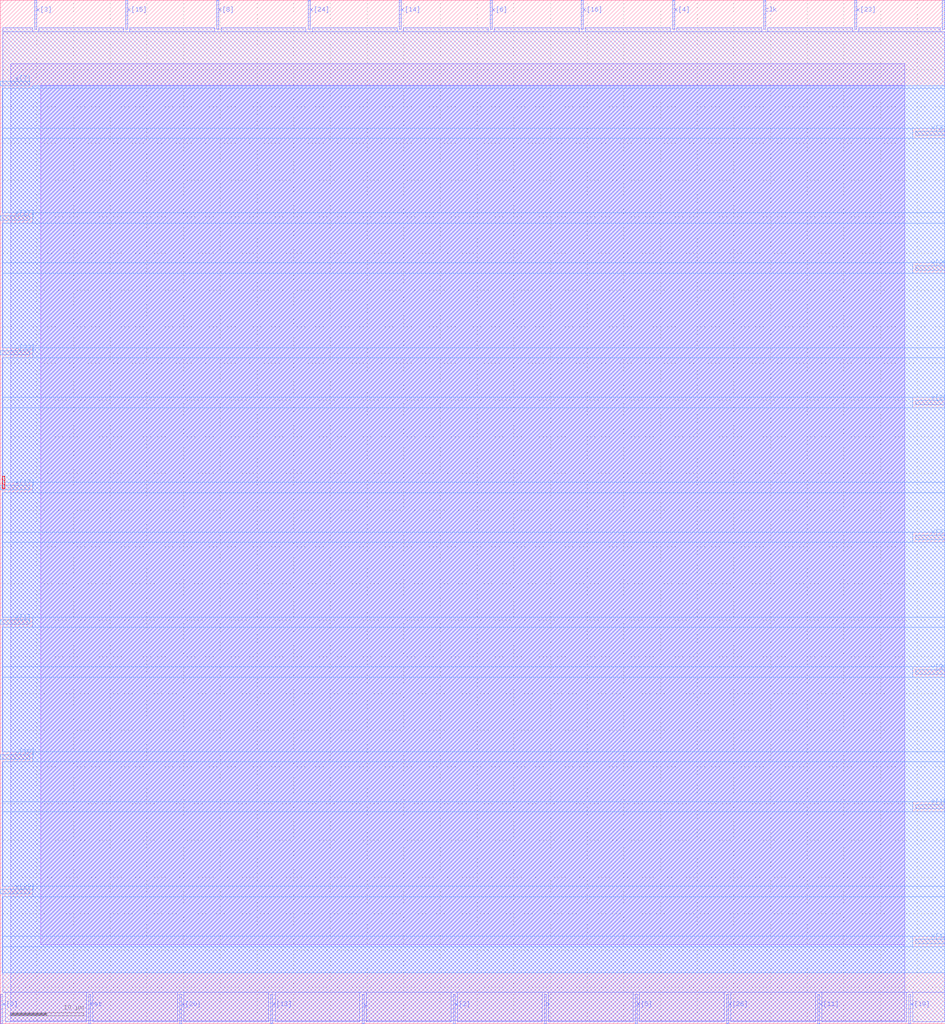
<source format=lef>
VERSION 5.7 ;
  NAMESCASESENSITIVE ON ;
  NOWIREEXTENSIONATPIN ON ;
  DIVIDERCHAR "/" ;
  BUSBITCHARS "[]" ;
UNITS
  DATABASE MICRONS 200 ;
END UNITS

MACRO spm
  CLASS BLOCK ;
  FOREIGN spm ;
  ORIGIN 0.000 0.000 ;
  SIZE 128.805 BY 139.525 ;
  PIN clk
    DIRECTION INPUT ;
    PORT
      LAYER met2 ;
        RECT 104.050 135.525 104.330 139.525 ;
    END
  END clk
  PIN p
    DIRECTION OUTPUT TRISTATE ;
    PORT
      LAYER met2 ;
        RECT 74.150 0.000 74.430 4.000 ;
    END
  END p
  PIN rst
    DIRECTION INPUT ;
    PORT
      LAYER met2 ;
        RECT 12.050 0.000 12.330 4.000 ;
    END
  END rst
  PIN x[0]
    DIRECTION INPUT ;
    PORT
      LAYER met2 ;
        RECT 0.090 0.000 0.370 4.000 ;
    END
  END x[0]
  PIN x[10]
    DIRECTION INPUT ;
    PORT
      LAYER met3 ;
        RECT 0.000 36.080 4.000 36.680 ;
    END
  END x[10]
  PIN x[11]
    DIRECTION INPUT ;
    PORT
      LAYER met2 ;
        RECT 111.410 0.000 111.690 4.000 ;
    END
  END x[11]
  PIN x[12]
    DIRECTION INPUT ;
    PORT
      LAYER met3 ;
        RECT 124.805 10.920 128.805 11.520 ;
    END
  END x[12]
  PIN x[13]
    DIRECTION INPUT ;
    PORT
      LAYER met2 ;
        RECT 36.890 0.000 37.170 4.000 ;
    END
  END x[13]
  PIN x[14]
    DIRECTION INPUT ;
    PORT
      LAYER met2 ;
        RECT 54.370 135.525 54.650 139.525 ;
    END
  END x[14]
  PIN x[15]
    DIRECTION INPUT ;
    PORT
      LAYER met2 ;
        RECT 17.110 135.525 17.390 139.525 ;
    END
  END x[15]
  PIN x[16]
    DIRECTION INPUT ;
    PORT
      LAYER met2 ;
        RECT 79.210 135.525 79.490 139.525 ;
    END
  END x[16]
  PIN x[17]
    DIRECTION INPUT ;
    PORT
      LAYER met3 ;
        RECT 0.000 72.800 4.000 73.400 ;
    END
  END x[17]
  PIN x[18]
    DIRECTION INPUT ;
    PORT
      LAYER met3 ;
        RECT 124.805 29.280 128.805 29.880 ;
    END
  END x[18]
  PIN x[19]
    DIRECTION INPUT ;
    PORT
      LAYER met2 ;
        RECT 123.830 0.000 124.110 4.000 ;
    END
  END x[19]
  PIN x[1]
    DIRECTION INPUT ;
    PORT
      LAYER met3 ;
        RECT 0.000 54.440 4.000 55.040 ;
    END
  END x[1]
  PIN x[20]
    DIRECTION INPUT ;
    PORT
      LAYER met2 ;
        RECT 24.470 0.000 24.750 4.000 ;
    END
  END x[20]
  PIN x[21]
    DIRECTION INPUT ;
    PORT
      LAYER met3 ;
        RECT 124.805 121.080 128.805 121.680 ;
    END
  END x[21]
  PIN x[22]
    DIRECTION INPUT ;
    PORT
      LAYER met3 ;
        RECT 0.000 91.160 4.000 91.760 ;
    END
  END x[22]
  PIN x[23]
    DIRECTION INPUT ;
    PORT
      LAYER met2 ;
        RECT 116.470 135.525 116.750 139.525 ;
    END
  END x[23]
  PIN x[24]
    DIRECTION INPUT ;
    PORT
      LAYER met2 ;
        RECT 41.950 135.525 42.230 139.525 ;
    END
  END x[24]
  PIN x[25]
    DIRECTION INPUT ;
    PORT
      LAYER met3 ;
        RECT 124.805 102.720 128.805 103.320 ;
    END
  END x[25]
  PIN x[26]
    DIRECTION INPUT ;
    PORT
      LAYER met2 ;
        RECT 98.990 0.000 99.270 4.000 ;
    END
  END x[26]
  PIN x[27]
    DIRECTION INPUT ;
    PORT
      LAYER met3 ;
        RECT 0.000 109.520 4.000 110.120 ;
    END
  END x[27]
  PIN x[28]
    DIRECTION INPUT ;
    PORT
      LAYER met3 ;
        RECT 124.805 84.360 128.805 84.960 ;
    END
  END x[28]
  PIN x[29]
    DIRECTION INPUT ;
    PORT
      LAYER met3 ;
        RECT 0.000 17.720 4.000 18.320 ;
    END
  END x[29]
  PIN x[2]
    DIRECTION INPUT ;
    PORT
      LAYER met2 ;
        RECT 61.730 0.000 62.010 4.000 ;
    END
  END x[2]
  PIN x[30]
    DIRECTION INPUT ;
    PORT
      LAYER met3 ;
        RECT 124.805 47.640 128.805 48.240 ;
    END
  END x[30]
  PIN x[31]
    DIRECTION INPUT ;
    PORT
      LAYER met3 ;
        RECT 124.805 66.000 128.805 66.600 ;
    END
  END x[31]
  PIN x[3]
    DIRECTION INPUT ;
    PORT
      LAYER met2 ;
        RECT 4.690 135.525 4.970 139.525 ;
    END
  END x[3]
  PIN x[4]
    DIRECTION INPUT ;
    PORT
      LAYER met2 ;
        RECT 91.630 135.525 91.910 139.525 ;
    END
  END x[4]
  PIN x[5]
    DIRECTION INPUT ;
    PORT
      LAYER met2 ;
        RECT 86.570 0.000 86.850 4.000 ;
    END
  END x[5]
  PIN x[6]
    DIRECTION INPUT ;
    PORT
      LAYER met2 ;
        RECT 66.790 135.525 67.070 139.525 ;
    END
  END x[6]
  PIN x[7]
    DIRECTION INPUT ;
    PORT
      LAYER met3 ;
        RECT 0.000 127.880 4.000 128.480 ;
    END
  END x[7]
  PIN x[8]
    DIRECTION INPUT ;
    PORT
      LAYER met2 ;
        RECT 29.530 135.525 29.810 139.525 ;
    END
  END x[8]
  PIN x[9]
    DIRECTION INPUT ;
    PORT
      LAYER met2 ;
        RECT 128.430 135.525 128.710 139.525 ;
    END
  END x[9]
  PIN y
    DIRECTION INPUT ;
    PORT
      LAYER met2 ;
        RECT 49.310 0.000 49.590 4.000 ;
    END
  END y
  OBS
      LAYER li1 ;
        RECT 5.520 10.795 123.280 127.925 ;
      LAYER met1 ;
        RECT 1.450 0.380 123.280 130.860 ;
      LAYER met2 ;
        RECT 0.370 135.245 4.410 135.730 ;
        RECT 5.250 135.245 16.830 135.730 ;
        RECT 17.670 135.245 29.250 135.730 ;
        RECT 30.090 135.245 41.670 135.730 ;
        RECT 42.510 135.245 54.090 135.730 ;
        RECT 54.930 135.245 66.510 135.730 ;
        RECT 67.350 135.245 78.930 135.730 ;
        RECT 79.770 135.245 91.350 135.730 ;
        RECT 92.190 135.245 103.770 135.730 ;
        RECT 104.610 135.245 116.190 135.730 ;
        RECT 117.030 135.245 128.150 135.730 ;
        RECT 0.370 4.280 128.710 135.245 ;
        RECT 0.650 0.270 11.770 4.280 ;
        RECT 12.610 0.270 24.190 4.280 ;
        RECT 25.030 0.270 36.610 4.280 ;
        RECT 37.450 0.270 49.030 4.280 ;
        RECT 49.870 0.270 61.450 4.280 ;
        RECT 62.290 0.270 73.870 4.280 ;
        RECT 74.710 0.270 86.290 4.280 ;
        RECT 87.130 0.270 98.710 4.280 ;
        RECT 99.550 0.270 111.130 4.280 ;
        RECT 111.970 0.270 123.550 4.280 ;
        RECT 124.390 0.270 128.710 4.280 ;
      LAYER met3 ;
        RECT 4.400 127.480 128.735 127.880 ;
        RECT 0.270 122.080 128.735 127.480 ;
        RECT 0.270 120.680 124.405 122.080 ;
        RECT 0.270 110.520 128.735 120.680 ;
        RECT 4.400 109.120 128.735 110.520 ;
        RECT 0.270 103.720 128.735 109.120 ;
        RECT 0.270 102.320 124.405 103.720 ;
        RECT 0.270 92.160 128.735 102.320 ;
        RECT 4.400 90.760 128.735 92.160 ;
        RECT 0.270 85.360 128.735 90.760 ;
        RECT 0.270 83.960 124.405 85.360 ;
        RECT 0.270 73.800 128.735 83.960 ;
        RECT 4.400 72.400 128.735 73.800 ;
        RECT 0.270 67.000 128.735 72.400 ;
        RECT 0.270 65.600 124.405 67.000 ;
        RECT 0.270 55.440 128.735 65.600 ;
        RECT 4.400 54.040 128.735 55.440 ;
        RECT 0.270 48.640 128.735 54.040 ;
        RECT 0.270 47.240 124.405 48.640 ;
        RECT 0.270 37.080 128.735 47.240 ;
        RECT 4.400 35.680 128.735 37.080 ;
        RECT 0.270 30.280 128.735 35.680 ;
        RECT 0.270 28.880 124.405 30.280 ;
        RECT 0.270 18.720 128.735 28.880 ;
        RECT 4.400 17.320 128.735 18.720 ;
        RECT 0.270 11.920 128.735 17.320 ;
        RECT 0.270 10.520 124.405 11.920 ;
        RECT 0.270 6.975 128.735 10.520 ;
      LAYER met4 ;
        RECT 0.295 72.935 0.625 74.625 ;
  END
END spm
END LIBRARY


</source>
